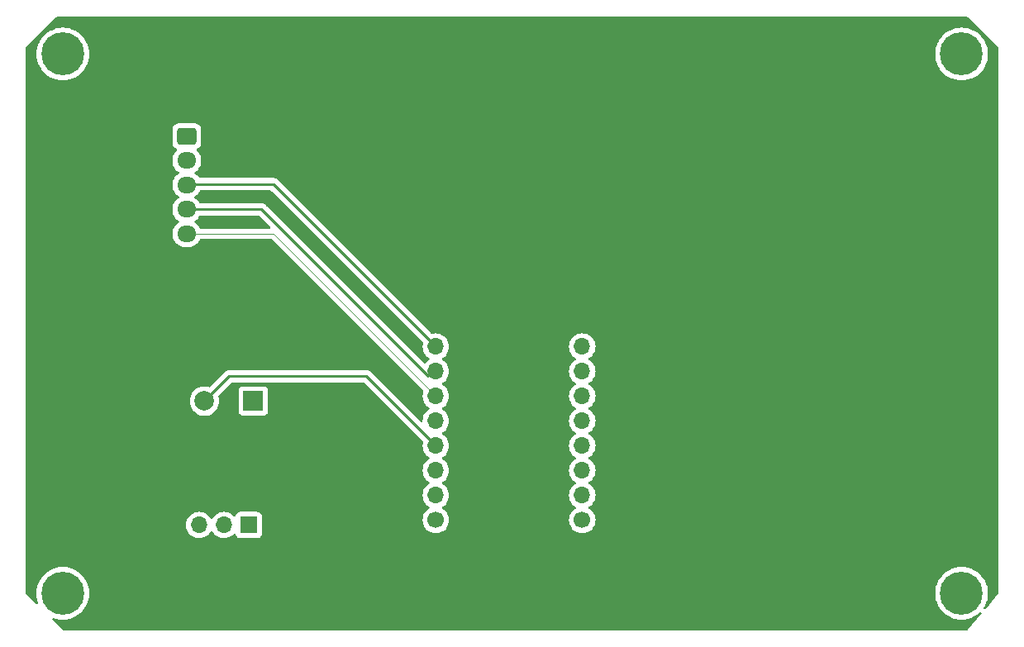
<source format=gbr>
%TF.GenerationSoftware,KiCad,Pcbnew,7.0.6-0*%
%TF.CreationDate,2023-12-02T16:23:56+00:00*%
%TF.ProjectId,Bitko clock,4269746b-6f20-4636-9c6f-636b2e6b6963,rev?*%
%TF.SameCoordinates,Original*%
%TF.FileFunction,Copper,L1,Top*%
%TF.FilePolarity,Positive*%
%FSLAX46Y46*%
G04 Gerber Fmt 4.6, Leading zero omitted, Abs format (unit mm)*
G04 Created by KiCad (PCBNEW 7.0.6-0) date 2023-12-02 16:23:56*
%MOMM*%
%LPD*%
G01*
G04 APERTURE LIST*
G04 Aperture macros list*
%AMRoundRect*
0 Rectangle with rounded corners*
0 $1 Rounding radius*
0 $2 $3 $4 $5 $6 $7 $8 $9 X,Y pos of 4 corners*
0 Add a 4 corners polygon primitive as box body*
4,1,4,$2,$3,$4,$5,$6,$7,$8,$9,$2,$3,0*
0 Add four circle primitives for the rounded corners*
1,1,$1+$1,$2,$3*
1,1,$1+$1,$4,$5*
1,1,$1+$1,$6,$7*
1,1,$1+$1,$8,$9*
0 Add four rect primitives between the rounded corners*
20,1,$1+$1,$2,$3,$4,$5,0*
20,1,$1+$1,$4,$5,$6,$7,0*
20,1,$1+$1,$6,$7,$8,$9,0*
20,1,$1+$1,$8,$9,$2,$3,0*%
G04 Aperture macros list end*
%TA.AperFunction,ComponentPad*%
%ADD10C,4.400000*%
%TD*%
%TA.AperFunction,ComponentPad*%
%ADD11O,1.700000X1.700000*%
%TD*%
%TA.AperFunction,ComponentPad*%
%ADD12C,1.700000*%
%TD*%
%TA.AperFunction,ComponentPad*%
%ADD13R,1.700000X1.700000*%
%TD*%
%TA.AperFunction,ComponentPad*%
%ADD14R,2.000000X2.000000*%
%TD*%
%TA.AperFunction,ComponentPad*%
%ADD15C,2.000000*%
%TD*%
%TA.AperFunction,ComponentPad*%
%ADD16O,1.950000X1.700000*%
%TD*%
%TA.AperFunction,ComponentPad*%
%ADD17RoundRect,0.250000X-0.725000X0.600000X-0.725000X-0.600000X0.725000X-0.600000X0.725000X0.600000X0*%
%TD*%
%TA.AperFunction,Conductor*%
%ADD18C,0.000000*%
%TD*%
%TA.AperFunction,Conductor*%
%ADD19C,0.250000*%
%TD*%
G04 APERTURE END LIST*
D10*
%TO.P,REF\u002A\u002A,1*%
%TO.N,N/C*%
X120015000Y-92710000D03*
%TD*%
%TO.P,REF\u002A\u002A,1*%
%TO.N,N/C*%
X27940000Y-92710000D03*
%TD*%
%TO.P,REF\u002A\u002A,1*%
%TO.N,N/C*%
X27940000Y-37465000D03*
%TD*%
D11*
%TO.P,REF\u002A\u002A,8*%
%TO.N,N/C*%
X81153000Y-67437000D03*
%TO.P,REF\u002A\u002A,7*%
X81153000Y-69977000D03*
%TO.P,REF\u002A\u002A,6*%
X81153000Y-72517000D03*
%TO.P,REF\u002A\u002A,5*%
X81153000Y-75057000D03*
%TO.P,REF\u002A\u002A,4*%
X81153000Y-77597000D03*
%TO.P,REF\u002A\u002A,3*%
X81153000Y-80137000D03*
%TO.P,REF\u002A\u002A,2*%
X81153000Y-82677000D03*
D12*
%TO.P,REF\u002A\u002A,1*%
X81153000Y-85217000D03*
%TD*%
D11*
%TO.P,REF\u002A\u002A,8*%
%TO.N,N/C*%
X66153000Y-67437000D03*
%TO.P,REF\u002A\u002A,7*%
X66153000Y-69977000D03*
%TO.P,REF\u002A\u002A,6*%
X66153000Y-72517000D03*
%TO.P,REF\u002A\u002A,5*%
X66153000Y-75057000D03*
%TO.P,REF\u002A\u002A,4*%
X66153000Y-77597000D03*
%TO.P,REF\u002A\u002A,3*%
X66153000Y-80137000D03*
%TO.P,REF\u002A\u002A,2*%
X66153000Y-82677000D03*
D12*
%TO.P,REF\u002A\u002A,1*%
X66153000Y-85217000D03*
%TD*%
D13*
%TO.P,REF\u002A\u002A,1*%
%TO.N,N/C*%
X46975000Y-85725000D03*
D11*
%TO.P,REF\u002A\u002A,2*%
X44435000Y-85725000D03*
%TO.P,REF\u002A\u002A,3*%
X41895000Y-85725000D03*
%TD*%
D14*
%TO.P,REF\u002A\u002A,1*%
%TO.N,N/C*%
X47455785Y-73025000D03*
D15*
%TO.P,REF\u002A\u002A,2*%
X42455785Y-73025000D03*
%TD*%
D10*
%TO.P,REF\u002A\u002A,1*%
%TO.N,N/C*%
X120015000Y-37465000D03*
%TD*%
D16*
%TO.P,JST_XH_B5B-XH-A_1x05,5*%
%TO.N,N/C*%
X40640000Y-55875000D03*
%TO.P,JST_XH_B5B-XH-A_1x05,4*%
X40640000Y-53375000D03*
%TO.P,JST_XH_B5B-XH-A_1x05,3*%
X40640000Y-50875000D03*
%TO.P,JST_XH_B5B-XH-A_1x05,2*%
X40640000Y-48375000D03*
D17*
%TO.P,JST_XH_B5B-XH-A_1x05,1*%
X40640000Y-45875000D03*
%TD*%
D18*
%TO.N,*%
X40640000Y-55875000D02*
X49511000Y-55875000D01*
X49511000Y-55875000D02*
X66153000Y-72517000D01*
D19*
X65405000Y-70485000D02*
X48295000Y-53375000D01*
X48295000Y-53375000D02*
X40640000Y-53375000D01*
X41275000Y-50800000D02*
X49516000Y-50800000D01*
X49516000Y-50800000D02*
X66153000Y-67437000D01*
X42455785Y-73025000D02*
X44995785Y-70485000D01*
X59041000Y-70485000D02*
X66153000Y-77597000D01*
X44995785Y-70485000D02*
X59041000Y-70485000D01*
%TD*%
%TA.AperFunction,NonConductor*%
G36*
X120665677Y-33674685D02*
G01*
X120686319Y-33691319D01*
X123788681Y-36793681D01*
X123822166Y-36855004D01*
X123825000Y-36881362D01*
X123825000Y-92665106D01*
X123805315Y-92732145D01*
X123796259Y-92744489D01*
X122491084Y-94310698D01*
X122433045Y-94349597D01*
X122363188Y-94350943D01*
X122303693Y-94314307D01*
X122273450Y-94251323D01*
X122282060Y-94181985D01*
X122289700Y-94167179D01*
X122410545Y-93967279D01*
X122544627Y-93669361D01*
X122641821Y-93357453D01*
X122700710Y-93036104D01*
X122720436Y-92710000D01*
X122700710Y-92383896D01*
X122641821Y-92062547D01*
X122544627Y-91750639D01*
X122410545Y-91452721D01*
X122241530Y-91173137D01*
X122241528Y-91173134D01*
X122241526Y-91173131D01*
X122040045Y-90915960D01*
X121809039Y-90684954D01*
X121551868Y-90483473D01*
X121544306Y-90478901D01*
X121272279Y-90314455D01*
X120974361Y-90180373D01*
X120974354Y-90180370D01*
X120974342Y-90180366D01*
X120662452Y-90083178D01*
X120341099Y-90024289D01*
X120015000Y-90004564D01*
X119688900Y-90024289D01*
X119367547Y-90083178D01*
X119055657Y-90180366D01*
X119055641Y-90180372D01*
X119055639Y-90180373D01*
X118865933Y-90265752D01*
X118757725Y-90314453D01*
X118757723Y-90314454D01*
X118478131Y-90483473D01*
X118220960Y-90684954D01*
X117989954Y-90915960D01*
X117788473Y-91173131D01*
X117619454Y-91452723D01*
X117619453Y-91452725D01*
X117485372Y-91750642D01*
X117485366Y-91750657D01*
X117388178Y-92062547D01*
X117329289Y-92383900D01*
X117309564Y-92710000D01*
X117329289Y-93036099D01*
X117388178Y-93357452D01*
X117485366Y-93669342D01*
X117485370Y-93669354D01*
X117485373Y-93669361D01*
X117619455Y-93967279D01*
X117668290Y-94048061D01*
X117788473Y-94246868D01*
X117989954Y-94504039D01*
X118220960Y-94735045D01*
X118478131Y-94936526D01*
X118478134Y-94936528D01*
X118478137Y-94936530D01*
X118757721Y-95105545D01*
X119055639Y-95239627D01*
X119055652Y-95239631D01*
X119055657Y-95239633D01*
X119310469Y-95319035D01*
X119367547Y-95336821D01*
X119688896Y-95395710D01*
X120015000Y-95415436D01*
X120341104Y-95395710D01*
X120662453Y-95336821D01*
X120974361Y-95239627D01*
X121272279Y-95105545D01*
X121551863Y-94936530D01*
X121809036Y-94735048D01*
X121846614Y-94697470D01*
X121907936Y-94663984D01*
X121977628Y-94668968D01*
X122033562Y-94710838D01*
X122057980Y-94776302D01*
X122043129Y-94844576D01*
X122029555Y-94864533D01*
X120687181Y-96475383D01*
X120629142Y-96514282D01*
X120591922Y-96520000D01*
X27991362Y-96520000D01*
X27924323Y-96500315D01*
X27903681Y-96483681D01*
X26870050Y-95450050D01*
X26836565Y-95388727D01*
X26841549Y-95319035D01*
X26883421Y-95263102D01*
X26948885Y-95238685D01*
X26994621Y-95243984D01*
X27292547Y-95336821D01*
X27613896Y-95395710D01*
X27940000Y-95415436D01*
X28266104Y-95395710D01*
X28587453Y-95336821D01*
X28899361Y-95239627D01*
X29197279Y-95105545D01*
X29476863Y-94936530D01*
X29734036Y-94735048D01*
X29965048Y-94504036D01*
X30166530Y-94246863D01*
X30335545Y-93967279D01*
X30469627Y-93669361D01*
X30566821Y-93357453D01*
X30625710Y-93036104D01*
X30645436Y-92710000D01*
X30625710Y-92383896D01*
X30566821Y-92062547D01*
X30469627Y-91750639D01*
X30335545Y-91452721D01*
X30166530Y-91173137D01*
X30166528Y-91173134D01*
X30166526Y-91173131D01*
X29965045Y-90915960D01*
X29734039Y-90684954D01*
X29476868Y-90483473D01*
X29469306Y-90478901D01*
X29197279Y-90314455D01*
X28899361Y-90180373D01*
X28899354Y-90180370D01*
X28899342Y-90180366D01*
X28587452Y-90083178D01*
X28266099Y-90024289D01*
X27940000Y-90004564D01*
X27613900Y-90024289D01*
X27292547Y-90083178D01*
X26980657Y-90180366D01*
X26980641Y-90180372D01*
X26980639Y-90180373D01*
X26790933Y-90265752D01*
X26682725Y-90314453D01*
X26682723Y-90314454D01*
X26403131Y-90483473D01*
X26145960Y-90684954D01*
X25914954Y-90915960D01*
X25713473Y-91173131D01*
X25544454Y-91452723D01*
X25544453Y-91452725D01*
X25410372Y-91750642D01*
X25410366Y-91750657D01*
X25313178Y-92062547D01*
X25254289Y-92383900D01*
X25234564Y-92710000D01*
X25254289Y-93036099D01*
X25313176Y-93357444D01*
X25406015Y-93655377D01*
X25407165Y-93725237D01*
X25370364Y-93784630D01*
X25307295Y-93814698D01*
X25237982Y-93805895D01*
X25199948Y-93779948D01*
X24166319Y-92746318D01*
X24132834Y-92684995D01*
X24130000Y-92658637D01*
X24130000Y-85725000D01*
X40539341Y-85725000D01*
X40559936Y-85960403D01*
X40559938Y-85960413D01*
X40621094Y-86188655D01*
X40621096Y-86188659D01*
X40621097Y-86188663D01*
X40715464Y-86391034D01*
X40720965Y-86402830D01*
X40720967Y-86402834D01*
X40825458Y-86552061D01*
X40856505Y-86596401D01*
X41023599Y-86763495D01*
X41120384Y-86831264D01*
X41217165Y-86899032D01*
X41217167Y-86899033D01*
X41217170Y-86899035D01*
X41431337Y-86998903D01*
X41659592Y-87060063D01*
X41836034Y-87075500D01*
X41894999Y-87080659D01*
X41895000Y-87080659D01*
X41895001Y-87080659D01*
X41953966Y-87075500D01*
X42130408Y-87060063D01*
X42358663Y-86998903D01*
X42572830Y-86899035D01*
X42766401Y-86763495D01*
X42933495Y-86596401D01*
X43063426Y-86410840D01*
X43118001Y-86367217D01*
X43187499Y-86360023D01*
X43249854Y-86391546D01*
X43266574Y-86410841D01*
X43396505Y-86596401D01*
X43563599Y-86763495D01*
X43660384Y-86831264D01*
X43757165Y-86899032D01*
X43757167Y-86899033D01*
X43757170Y-86899035D01*
X43971337Y-86998903D01*
X44199592Y-87060063D01*
X44376034Y-87075500D01*
X44434999Y-87080659D01*
X44435000Y-87080659D01*
X44435001Y-87080659D01*
X44493966Y-87075500D01*
X44670408Y-87060063D01*
X44898663Y-86998903D01*
X45112830Y-86899035D01*
X45306401Y-86763495D01*
X45428329Y-86641566D01*
X45489648Y-86608084D01*
X45559340Y-86613068D01*
X45615274Y-86654939D01*
X45632189Y-86685917D01*
X45681202Y-86817328D01*
X45681206Y-86817335D01*
X45767452Y-86932544D01*
X45767455Y-86932547D01*
X45882664Y-87018793D01*
X45882671Y-87018797D01*
X46017517Y-87069091D01*
X46017516Y-87069091D01*
X46024444Y-87069835D01*
X46077127Y-87075500D01*
X47872872Y-87075499D01*
X47932483Y-87069091D01*
X48067331Y-87018796D01*
X48182546Y-86932546D01*
X48268796Y-86817331D01*
X48319091Y-86682483D01*
X48325500Y-86622873D01*
X48325499Y-84827128D01*
X48319091Y-84767517D01*
X48317810Y-84764083D01*
X48268797Y-84632671D01*
X48268793Y-84632664D01*
X48182547Y-84517455D01*
X48182544Y-84517452D01*
X48067335Y-84431206D01*
X48067328Y-84431202D01*
X47932482Y-84380908D01*
X47932483Y-84380908D01*
X47872883Y-84374501D01*
X47872881Y-84374500D01*
X47872873Y-84374500D01*
X47872864Y-84374500D01*
X46077129Y-84374500D01*
X46077123Y-84374501D01*
X46017516Y-84380908D01*
X45882671Y-84431202D01*
X45882664Y-84431206D01*
X45767455Y-84517452D01*
X45767452Y-84517455D01*
X45681206Y-84632664D01*
X45681203Y-84632669D01*
X45632189Y-84764083D01*
X45590317Y-84820016D01*
X45524853Y-84844433D01*
X45456580Y-84829581D01*
X45428326Y-84808430D01*
X45306402Y-84686506D01*
X45306395Y-84686501D01*
X45112834Y-84550967D01*
X45112830Y-84550965D01*
X45087533Y-84539169D01*
X44898663Y-84451097D01*
X44898659Y-84451096D01*
X44898655Y-84451094D01*
X44670413Y-84389938D01*
X44670403Y-84389936D01*
X44435001Y-84369341D01*
X44434999Y-84369341D01*
X44199596Y-84389936D01*
X44199586Y-84389938D01*
X43971344Y-84451094D01*
X43971335Y-84451098D01*
X43757171Y-84550964D01*
X43757169Y-84550965D01*
X43563597Y-84686505D01*
X43396508Y-84853594D01*
X43266574Y-85039159D01*
X43211997Y-85082784D01*
X43142498Y-85089976D01*
X43080144Y-85058454D01*
X43063424Y-85039158D01*
X42933494Y-84853597D01*
X42766402Y-84686506D01*
X42766395Y-84686501D01*
X42572834Y-84550967D01*
X42572830Y-84550965D01*
X42547533Y-84539169D01*
X42358663Y-84451097D01*
X42358659Y-84451096D01*
X42358655Y-84451094D01*
X42130413Y-84389938D01*
X42130403Y-84389936D01*
X41895001Y-84369341D01*
X41894999Y-84369341D01*
X41659596Y-84389936D01*
X41659586Y-84389938D01*
X41431344Y-84451094D01*
X41431335Y-84451098D01*
X41217171Y-84550964D01*
X41217169Y-84550965D01*
X41023597Y-84686505D01*
X40856505Y-84853597D01*
X40720965Y-85047169D01*
X40720964Y-85047171D01*
X40621098Y-85261335D01*
X40621094Y-85261344D01*
X40559938Y-85489586D01*
X40559936Y-85489596D01*
X40539341Y-85724999D01*
X40539341Y-85725000D01*
X24130000Y-85725000D01*
X24130000Y-55875000D01*
X39159341Y-55875000D01*
X39179936Y-56110403D01*
X39179938Y-56110413D01*
X39241094Y-56338655D01*
X39241096Y-56338659D01*
X39241097Y-56338663D01*
X39291030Y-56445746D01*
X39340964Y-56552828D01*
X39340965Y-56552830D01*
X39476505Y-56746402D01*
X39643597Y-56913494D01*
X39837169Y-57049034D01*
X39837171Y-57049035D01*
X40051337Y-57148903D01*
X40279592Y-57210063D01*
X40456034Y-57225500D01*
X40823966Y-57225500D01*
X41000408Y-57210063D01*
X41228663Y-57148903D01*
X41442829Y-57049035D01*
X41636401Y-56913495D01*
X41803495Y-56746401D01*
X41939035Y-56552830D01*
X41961340Y-56504995D01*
X41988341Y-56447095D01*
X42034514Y-56394656D01*
X42100723Y-56375500D01*
X49252324Y-56375500D01*
X49319363Y-56395185D01*
X49340005Y-56411819D01*
X64850569Y-71922383D01*
X64884054Y-71983706D01*
X64879722Y-72047899D01*
X64880498Y-72048107D01*
X64879442Y-72052047D01*
X64879414Y-72052464D01*
X64879097Y-72053333D01*
X64817938Y-72281586D01*
X64817936Y-72281596D01*
X64797341Y-72516999D01*
X64797341Y-72517000D01*
X64817936Y-72752403D01*
X64817938Y-72752413D01*
X64879094Y-72980655D01*
X64879096Y-72980659D01*
X64879097Y-72980663D01*
X64899769Y-73024994D01*
X64978965Y-73194830D01*
X64978967Y-73194834D01*
X65114501Y-73388395D01*
X65114506Y-73388402D01*
X65281597Y-73555493D01*
X65281603Y-73555498D01*
X65467158Y-73685425D01*
X65510783Y-73740002D01*
X65517977Y-73809500D01*
X65486454Y-73871855D01*
X65467158Y-73888575D01*
X65281597Y-74018505D01*
X65114505Y-74185597D01*
X64978965Y-74379169D01*
X64978964Y-74379171D01*
X64879098Y-74593335D01*
X64879094Y-74593344D01*
X64817938Y-74821586D01*
X64817936Y-74821596D01*
X64797341Y-75056999D01*
X64797341Y-75057388D01*
X64797292Y-75057553D01*
X64796869Y-75062394D01*
X64795896Y-75062308D01*
X64777656Y-75124427D01*
X64724852Y-75170182D01*
X64655694Y-75180126D01*
X64592138Y-75151101D01*
X64585660Y-75145069D01*
X59541803Y-70101212D01*
X59531980Y-70088950D01*
X59531759Y-70089134D01*
X59526786Y-70083123D01*
X59508159Y-70065631D01*
X59476364Y-70035773D01*
X59465919Y-70025328D01*
X59455475Y-70014883D01*
X59449986Y-70010625D01*
X59445561Y-70006847D01*
X59411582Y-69974938D01*
X59411580Y-69974936D01*
X59411577Y-69974935D01*
X59394029Y-69965288D01*
X59377763Y-69954604D01*
X59361933Y-69942325D01*
X59319168Y-69923818D01*
X59313922Y-69921248D01*
X59273093Y-69898803D01*
X59273092Y-69898802D01*
X59253693Y-69893822D01*
X59235281Y-69887518D01*
X59216898Y-69879562D01*
X59216892Y-69879560D01*
X59170874Y-69872272D01*
X59165152Y-69871087D01*
X59120021Y-69859500D01*
X59120019Y-69859500D01*
X59099984Y-69859500D01*
X59080586Y-69857973D01*
X59073162Y-69856797D01*
X59060805Y-69854840D01*
X59060804Y-69854840D01*
X59014416Y-69859225D01*
X59008578Y-69859500D01*
X45078522Y-69859500D01*
X45062905Y-69857776D01*
X45062878Y-69858062D01*
X45055116Y-69857327D01*
X44985988Y-69859500D01*
X44956435Y-69859500D01*
X44955714Y-69859590D01*
X44949542Y-69860369D01*
X44943730Y-69860826D01*
X44897157Y-69862290D01*
X44897154Y-69862291D01*
X44877911Y-69867881D01*
X44858868Y-69871825D01*
X44838989Y-69874336D01*
X44838988Y-69874337D01*
X44795663Y-69891490D01*
X44790137Y-69893382D01*
X44745393Y-69906383D01*
X44745389Y-69906385D01*
X44728150Y-69916580D01*
X44710683Y-69925137D01*
X44692054Y-69932512D01*
X44692052Y-69932513D01*
X44654349Y-69959906D01*
X44649467Y-69963112D01*
X44609365Y-69986828D01*
X44595193Y-70001000D01*
X44580408Y-70013628D01*
X44564197Y-70025407D01*
X44534494Y-70061310D01*
X44530562Y-70065631D01*
X43033013Y-71563179D01*
X42971690Y-71596664D01*
X42905069Y-71592779D01*
X42825401Y-71565429D01*
X42580120Y-71524500D01*
X42331450Y-71524500D01*
X42086168Y-71565429D01*
X41850982Y-71646169D01*
X41850973Y-71646172D01*
X41632278Y-71764524D01*
X41436042Y-71917261D01*
X41267618Y-72100217D01*
X41131611Y-72308393D01*
X41031721Y-72536118D01*
X40970677Y-72777175D01*
X40970675Y-72777187D01*
X40950142Y-73024994D01*
X40950142Y-73025005D01*
X40970675Y-73272812D01*
X40970677Y-73272824D01*
X41031721Y-73513881D01*
X41131611Y-73741606D01*
X41267618Y-73949782D01*
X41267621Y-73949785D01*
X41436041Y-74132738D01*
X41632276Y-74285474D01*
X41850975Y-74403828D01*
X42086171Y-74484571D01*
X42331450Y-74525500D01*
X42580120Y-74525500D01*
X42825399Y-74484571D01*
X43060595Y-74403828D01*
X43279294Y-74285474D01*
X43475529Y-74132738D01*
X43530641Y-74072870D01*
X45955285Y-74072870D01*
X45955286Y-74072876D01*
X45961693Y-74132483D01*
X46011987Y-74267328D01*
X46011991Y-74267335D01*
X46098237Y-74382544D01*
X46098240Y-74382547D01*
X46213449Y-74468793D01*
X46213456Y-74468797D01*
X46348302Y-74519091D01*
X46348301Y-74519091D01*
X46355229Y-74519835D01*
X46407912Y-74525500D01*
X48503657Y-74525499D01*
X48563268Y-74519091D01*
X48698116Y-74468796D01*
X48813331Y-74382546D01*
X48899581Y-74267331D01*
X48949876Y-74132483D01*
X48956285Y-74072873D01*
X48956284Y-71977128D01*
X48949876Y-71917517D01*
X48899581Y-71782669D01*
X48899580Y-71782668D01*
X48899578Y-71782664D01*
X48813332Y-71667455D01*
X48813329Y-71667452D01*
X48698120Y-71581206D01*
X48698113Y-71581202D01*
X48563267Y-71530908D01*
X48563268Y-71530908D01*
X48503668Y-71524501D01*
X48503666Y-71524500D01*
X48503658Y-71524500D01*
X48503649Y-71524500D01*
X46407914Y-71524500D01*
X46407908Y-71524501D01*
X46348301Y-71530908D01*
X46213456Y-71581202D01*
X46213449Y-71581206D01*
X46098240Y-71667452D01*
X46098237Y-71667455D01*
X46011991Y-71782664D01*
X46011987Y-71782671D01*
X45961693Y-71917517D01*
X45955286Y-71977116D01*
X45955286Y-71977123D01*
X45955285Y-71977135D01*
X45955285Y-74072870D01*
X43530641Y-74072870D01*
X43643949Y-73949785D01*
X43779958Y-73741607D01*
X43879848Y-73513881D01*
X43940893Y-73272821D01*
X43961428Y-73025000D01*
X43957754Y-72980664D01*
X43940894Y-72777187D01*
X43940893Y-72777183D01*
X43940893Y-72777179D01*
X43934621Y-72752413D01*
X43886921Y-72564050D01*
X43889545Y-72494230D01*
X43919443Y-72445930D01*
X45218556Y-71146819D01*
X45279880Y-71113334D01*
X45306238Y-71110500D01*
X58730548Y-71110500D01*
X58797587Y-71130185D01*
X58818229Y-71146819D01*
X64812761Y-77141352D01*
X64846246Y-77202675D01*
X64844855Y-77261124D01*
X64817937Y-77361589D01*
X64817937Y-77361590D01*
X64797341Y-77596999D01*
X64797341Y-77597000D01*
X64817936Y-77832403D01*
X64817938Y-77832413D01*
X64879094Y-78060655D01*
X64879096Y-78060659D01*
X64879097Y-78060663D01*
X64978964Y-78274830D01*
X64978965Y-78274830D01*
X64978967Y-78274834D01*
X65114501Y-78468395D01*
X65114506Y-78468402D01*
X65281597Y-78635493D01*
X65281603Y-78635498D01*
X65467158Y-78765425D01*
X65510783Y-78820002D01*
X65517977Y-78889500D01*
X65486454Y-78951855D01*
X65467158Y-78968575D01*
X65281597Y-79098505D01*
X65114505Y-79265597D01*
X64978965Y-79459169D01*
X64978964Y-79459171D01*
X64879098Y-79673335D01*
X64879094Y-79673344D01*
X64817938Y-79901586D01*
X64817936Y-79901596D01*
X64797341Y-80136999D01*
X64797341Y-80137000D01*
X64817936Y-80372403D01*
X64817938Y-80372413D01*
X64879094Y-80600655D01*
X64879096Y-80600659D01*
X64879097Y-80600663D01*
X64978964Y-80814830D01*
X64978965Y-80814830D01*
X64978967Y-80814834D01*
X65114501Y-81008395D01*
X65114506Y-81008402D01*
X65281597Y-81175493D01*
X65281603Y-81175498D01*
X65467158Y-81305425D01*
X65510783Y-81360002D01*
X65517977Y-81429500D01*
X65486454Y-81491855D01*
X65467158Y-81508575D01*
X65281597Y-81638505D01*
X65114505Y-81805597D01*
X64978965Y-81999169D01*
X64978964Y-81999171D01*
X64879098Y-82213335D01*
X64879094Y-82213344D01*
X64817938Y-82441586D01*
X64817936Y-82441596D01*
X64797341Y-82676999D01*
X64797341Y-82677000D01*
X64817936Y-82912403D01*
X64817938Y-82912413D01*
X64879094Y-83140655D01*
X64879096Y-83140659D01*
X64879097Y-83140663D01*
X64978965Y-83354830D01*
X64978967Y-83354834D01*
X65114501Y-83548395D01*
X65114506Y-83548402D01*
X65281597Y-83715493D01*
X65281603Y-83715498D01*
X65467158Y-83845425D01*
X65510783Y-83900002D01*
X65517977Y-83969500D01*
X65486454Y-84031855D01*
X65467158Y-84048575D01*
X65281597Y-84178505D01*
X65114505Y-84345597D01*
X64978965Y-84539169D01*
X64978964Y-84539171D01*
X64879098Y-84753335D01*
X64879094Y-84753344D01*
X64817938Y-84981586D01*
X64817936Y-84981596D01*
X64797341Y-85216999D01*
X64797341Y-85217000D01*
X64817936Y-85452403D01*
X64817938Y-85452413D01*
X64879094Y-85680655D01*
X64879096Y-85680659D01*
X64879097Y-85680663D01*
X64899772Y-85725000D01*
X64978965Y-85894830D01*
X64978967Y-85894834D01*
X65087281Y-86049521D01*
X65114505Y-86088401D01*
X65281599Y-86255495D01*
X65378384Y-86323264D01*
X65475165Y-86391032D01*
X65475167Y-86391033D01*
X65475170Y-86391035D01*
X65689337Y-86490903D01*
X65917592Y-86552063D01*
X66105918Y-86568539D01*
X66152999Y-86572659D01*
X66153000Y-86572659D01*
X66153001Y-86572659D01*
X66192234Y-86569226D01*
X66388408Y-86552063D01*
X66616663Y-86490903D01*
X66830830Y-86391035D01*
X67024401Y-86255495D01*
X67191495Y-86088401D01*
X67327035Y-85894830D01*
X67426903Y-85680663D01*
X67488063Y-85452408D01*
X67508659Y-85217000D01*
X79797341Y-85217000D01*
X79817936Y-85452403D01*
X79817938Y-85452413D01*
X79879094Y-85680655D01*
X79879096Y-85680659D01*
X79879097Y-85680663D01*
X79899772Y-85725000D01*
X79978965Y-85894830D01*
X79978967Y-85894834D01*
X80087281Y-86049521D01*
X80114505Y-86088401D01*
X80281599Y-86255495D01*
X80378384Y-86323264D01*
X80475165Y-86391032D01*
X80475167Y-86391033D01*
X80475170Y-86391035D01*
X80689337Y-86490903D01*
X80917592Y-86552063D01*
X81105918Y-86568539D01*
X81152999Y-86572659D01*
X81153000Y-86572659D01*
X81153001Y-86572659D01*
X81192234Y-86569226D01*
X81388408Y-86552063D01*
X81616663Y-86490903D01*
X81830830Y-86391035D01*
X82024401Y-86255495D01*
X82191495Y-86088401D01*
X82327035Y-85894830D01*
X82426903Y-85680663D01*
X82488063Y-85452408D01*
X82508659Y-85217000D01*
X82488063Y-84981592D01*
X82441626Y-84808285D01*
X82426905Y-84753344D01*
X82426904Y-84753343D01*
X82426903Y-84753337D01*
X82327035Y-84539171D01*
X82311830Y-84517455D01*
X82191494Y-84345597D01*
X82024402Y-84178506D01*
X82024396Y-84178501D01*
X81838842Y-84048575D01*
X81795217Y-83993998D01*
X81788023Y-83924500D01*
X81819546Y-83862145D01*
X81838842Y-83845425D01*
X81861026Y-83829891D01*
X82024401Y-83715495D01*
X82191495Y-83548401D01*
X82327035Y-83354830D01*
X82426903Y-83140663D01*
X82488063Y-82912408D01*
X82508659Y-82677000D01*
X82488063Y-82441592D01*
X82426903Y-82213337D01*
X82327035Y-81999171D01*
X82191495Y-81805599D01*
X82191494Y-81805597D01*
X82024402Y-81638506D01*
X82024396Y-81638501D01*
X81838842Y-81508575D01*
X81795217Y-81453998D01*
X81788023Y-81384500D01*
X81819546Y-81322145D01*
X81838842Y-81305425D01*
X81861026Y-81289891D01*
X82024401Y-81175495D01*
X82191495Y-81008401D01*
X82327035Y-80814830D01*
X82426903Y-80600663D01*
X82488063Y-80372408D01*
X82508659Y-80137000D01*
X82488063Y-79901592D01*
X82426903Y-79673337D01*
X82327035Y-79459171D01*
X82191495Y-79265599D01*
X82191494Y-79265597D01*
X82024402Y-79098506D01*
X82024396Y-79098501D01*
X81838842Y-78968575D01*
X81795217Y-78913998D01*
X81788023Y-78844500D01*
X81819546Y-78782145D01*
X81838842Y-78765425D01*
X81861026Y-78749891D01*
X82024401Y-78635495D01*
X82191495Y-78468401D01*
X82327035Y-78274830D01*
X82426903Y-78060663D01*
X82488063Y-77832408D01*
X82508659Y-77597000D01*
X82488063Y-77361592D01*
X82426903Y-77133337D01*
X82327035Y-76919171D01*
X82191495Y-76725599D01*
X82191494Y-76725597D01*
X82024402Y-76558506D01*
X82024396Y-76558501D01*
X81838842Y-76428575D01*
X81795217Y-76373998D01*
X81788023Y-76304500D01*
X81819546Y-76242145D01*
X81838842Y-76225425D01*
X81861026Y-76209891D01*
X82024401Y-76095495D01*
X82191495Y-75928401D01*
X82327035Y-75734830D01*
X82426903Y-75520663D01*
X82488063Y-75292408D01*
X82508659Y-75057000D01*
X82488063Y-74821592D01*
X82426903Y-74593337D01*
X82327035Y-74379171D01*
X82248725Y-74267331D01*
X82191494Y-74185597D01*
X82024402Y-74018506D01*
X82024396Y-74018501D01*
X81838842Y-73888575D01*
X81795217Y-73833998D01*
X81788023Y-73764500D01*
X81819546Y-73702145D01*
X81838842Y-73685425D01*
X81861026Y-73669891D01*
X82024401Y-73555495D01*
X82191495Y-73388401D01*
X82327035Y-73194830D01*
X82426903Y-72980663D01*
X82488063Y-72752408D01*
X82508659Y-72517000D01*
X82488063Y-72281592D01*
X82426903Y-72053337D01*
X82327035Y-71839171D01*
X82287474Y-71782671D01*
X82191494Y-71645597D01*
X82024402Y-71478506D01*
X82024396Y-71478501D01*
X81838842Y-71348575D01*
X81795217Y-71293998D01*
X81788023Y-71224500D01*
X81819546Y-71162145D01*
X81838842Y-71145425D01*
X81861026Y-71129891D01*
X82024401Y-71015495D01*
X82191495Y-70848401D01*
X82327035Y-70654830D01*
X82426903Y-70440663D01*
X82488063Y-70212408D01*
X82508659Y-69977000D01*
X82508478Y-69974936D01*
X82499456Y-69871814D01*
X82488063Y-69741592D01*
X82426903Y-69513337D01*
X82327035Y-69299171D01*
X82275640Y-69225770D01*
X82191494Y-69105597D01*
X82024402Y-68938506D01*
X82024396Y-68938501D01*
X81838842Y-68808575D01*
X81795217Y-68753998D01*
X81788023Y-68684500D01*
X81819546Y-68622145D01*
X81838842Y-68605425D01*
X81861026Y-68589891D01*
X82024401Y-68475495D01*
X82191495Y-68308401D01*
X82327035Y-68114830D01*
X82426903Y-67900663D01*
X82488063Y-67672408D01*
X82508659Y-67437000D01*
X82488063Y-67201592D01*
X82426903Y-66973337D01*
X82327035Y-66759171D01*
X82191495Y-66565599D01*
X82191494Y-66565597D01*
X82024402Y-66398506D01*
X82024395Y-66398501D01*
X81830834Y-66262967D01*
X81830830Y-66262965D01*
X81830828Y-66262964D01*
X81616663Y-66163097D01*
X81616659Y-66163096D01*
X81616655Y-66163094D01*
X81388413Y-66101938D01*
X81388403Y-66101936D01*
X81153001Y-66081341D01*
X81152999Y-66081341D01*
X80917596Y-66101936D01*
X80917586Y-66101938D01*
X80689344Y-66163094D01*
X80689335Y-66163098D01*
X80475171Y-66262964D01*
X80475169Y-66262965D01*
X80281597Y-66398505D01*
X80114505Y-66565597D01*
X79978965Y-66759169D01*
X79978964Y-66759171D01*
X79879098Y-66973335D01*
X79879094Y-66973344D01*
X79817938Y-67201586D01*
X79817936Y-67201596D01*
X79797341Y-67436999D01*
X79797341Y-67437000D01*
X79817936Y-67672403D01*
X79817938Y-67672413D01*
X79879094Y-67900655D01*
X79879096Y-67900659D01*
X79879097Y-67900663D01*
X79978964Y-68114829D01*
X79978965Y-68114830D01*
X79978967Y-68114834D01*
X80114501Y-68308395D01*
X80114506Y-68308402D01*
X80281597Y-68475493D01*
X80281603Y-68475498D01*
X80467158Y-68605425D01*
X80510783Y-68660002D01*
X80517977Y-68729500D01*
X80486454Y-68791855D01*
X80467158Y-68808575D01*
X80281597Y-68938505D01*
X80114505Y-69105597D01*
X79978965Y-69299169D01*
X79978964Y-69299171D01*
X79879098Y-69513335D01*
X79879094Y-69513344D01*
X79817938Y-69741586D01*
X79817936Y-69741596D01*
X79797341Y-69976999D01*
X79797341Y-69977000D01*
X79817936Y-70212403D01*
X79817938Y-70212413D01*
X79879094Y-70440655D01*
X79879096Y-70440659D01*
X79879097Y-70440663D01*
X79978964Y-70654830D01*
X79978965Y-70654830D01*
X79978967Y-70654834D01*
X80114501Y-70848395D01*
X80114506Y-70848402D01*
X80281597Y-71015493D01*
X80281603Y-71015498D01*
X80467158Y-71145425D01*
X80510783Y-71200002D01*
X80517977Y-71269500D01*
X80486454Y-71331855D01*
X80467158Y-71348575D01*
X80281597Y-71478505D01*
X80114505Y-71645597D01*
X79978965Y-71839169D01*
X79978964Y-71839171D01*
X79879098Y-72053335D01*
X79879094Y-72053344D01*
X79817938Y-72281586D01*
X79817936Y-72281596D01*
X79797341Y-72516999D01*
X79797341Y-72517000D01*
X79817936Y-72752403D01*
X79817938Y-72752413D01*
X79879094Y-72980655D01*
X79879096Y-72980659D01*
X79879097Y-72980663D01*
X79899769Y-73024994D01*
X79978965Y-73194830D01*
X79978967Y-73194834D01*
X80114501Y-73388395D01*
X80114506Y-73388402D01*
X80281597Y-73555493D01*
X80281603Y-73555498D01*
X80467158Y-73685425D01*
X80510783Y-73740002D01*
X80517977Y-73809500D01*
X80486454Y-73871855D01*
X80467158Y-73888575D01*
X80281597Y-74018505D01*
X80114505Y-74185597D01*
X79978965Y-74379169D01*
X79978964Y-74379171D01*
X79879098Y-74593335D01*
X79879094Y-74593344D01*
X79817938Y-74821586D01*
X79817936Y-74821596D01*
X79797341Y-75056999D01*
X79797341Y-75057000D01*
X79817936Y-75292403D01*
X79817938Y-75292413D01*
X79879094Y-75520655D01*
X79879096Y-75520659D01*
X79879097Y-75520663D01*
X79978964Y-75734829D01*
X79978965Y-75734830D01*
X79978967Y-75734834D01*
X80114501Y-75928395D01*
X80114506Y-75928402D01*
X80281597Y-76095493D01*
X80281603Y-76095498D01*
X80467158Y-76225425D01*
X80510783Y-76280002D01*
X80517977Y-76349500D01*
X80486454Y-76411855D01*
X80467158Y-76428575D01*
X80281597Y-76558505D01*
X80114505Y-76725597D01*
X79978965Y-76919169D01*
X79978964Y-76919171D01*
X79879098Y-77133335D01*
X79879094Y-77133344D01*
X79817938Y-77361586D01*
X79817936Y-77361596D01*
X79797341Y-77596999D01*
X79797341Y-77597000D01*
X79817936Y-77832403D01*
X79817938Y-77832413D01*
X79879094Y-78060655D01*
X79879096Y-78060659D01*
X79879097Y-78060663D01*
X79978964Y-78274830D01*
X79978965Y-78274830D01*
X79978967Y-78274834D01*
X80114501Y-78468395D01*
X80114506Y-78468402D01*
X80281597Y-78635493D01*
X80281603Y-78635498D01*
X80467158Y-78765425D01*
X80510783Y-78820002D01*
X80517977Y-78889500D01*
X80486454Y-78951855D01*
X80467158Y-78968575D01*
X80281597Y-79098505D01*
X80114505Y-79265597D01*
X79978965Y-79459169D01*
X79978964Y-79459171D01*
X79879098Y-79673335D01*
X79879094Y-79673344D01*
X79817938Y-79901586D01*
X79817936Y-79901596D01*
X79797341Y-80136999D01*
X79797341Y-80137000D01*
X79817936Y-80372403D01*
X79817938Y-80372413D01*
X79879094Y-80600655D01*
X79879096Y-80600659D01*
X79879097Y-80600663D01*
X79978964Y-80814829D01*
X79978965Y-80814830D01*
X79978967Y-80814834D01*
X80114501Y-81008395D01*
X80114506Y-81008402D01*
X80281597Y-81175493D01*
X80281603Y-81175498D01*
X80467158Y-81305425D01*
X80510783Y-81360002D01*
X80517977Y-81429500D01*
X80486454Y-81491855D01*
X80467158Y-81508575D01*
X80281597Y-81638505D01*
X80114505Y-81805597D01*
X79978965Y-81999169D01*
X79978964Y-81999171D01*
X79879098Y-82213335D01*
X79879094Y-82213344D01*
X79817938Y-82441586D01*
X79817936Y-82441596D01*
X79797341Y-82676999D01*
X79797341Y-82677000D01*
X79817936Y-82912403D01*
X79817938Y-82912413D01*
X79879094Y-83140655D01*
X79879096Y-83140659D01*
X79879097Y-83140663D01*
X79978964Y-83354830D01*
X79978965Y-83354830D01*
X79978967Y-83354834D01*
X80114501Y-83548395D01*
X80114506Y-83548402D01*
X80281597Y-83715493D01*
X80281603Y-83715498D01*
X80467158Y-83845425D01*
X80510783Y-83900002D01*
X80517977Y-83969500D01*
X80486454Y-84031855D01*
X80467158Y-84048575D01*
X80281597Y-84178505D01*
X80114505Y-84345597D01*
X79978965Y-84539169D01*
X79978964Y-84539171D01*
X79879098Y-84753335D01*
X79879094Y-84753344D01*
X79817938Y-84981586D01*
X79817936Y-84981596D01*
X79797341Y-85216999D01*
X79797341Y-85217000D01*
X67508659Y-85217000D01*
X67488063Y-84981592D01*
X67441626Y-84808285D01*
X67426905Y-84753344D01*
X67426904Y-84753343D01*
X67426903Y-84753337D01*
X67327035Y-84539171D01*
X67311830Y-84517455D01*
X67191494Y-84345597D01*
X67024402Y-84178506D01*
X67024396Y-84178501D01*
X66838842Y-84048575D01*
X66795217Y-83993998D01*
X66788023Y-83924500D01*
X66819546Y-83862145D01*
X66838842Y-83845425D01*
X66861026Y-83829891D01*
X67024401Y-83715495D01*
X67191495Y-83548401D01*
X67327035Y-83354830D01*
X67426903Y-83140663D01*
X67488063Y-82912408D01*
X67508659Y-82677000D01*
X67488063Y-82441592D01*
X67426903Y-82213337D01*
X67327035Y-81999171D01*
X67191495Y-81805599D01*
X67191494Y-81805597D01*
X67024402Y-81638506D01*
X67024396Y-81638501D01*
X66838842Y-81508575D01*
X66795217Y-81453998D01*
X66788023Y-81384500D01*
X66819546Y-81322145D01*
X66838842Y-81305425D01*
X66861026Y-81289891D01*
X67024401Y-81175495D01*
X67191495Y-81008401D01*
X67327035Y-80814830D01*
X67426903Y-80600663D01*
X67488063Y-80372408D01*
X67508659Y-80137000D01*
X67488063Y-79901592D01*
X67426903Y-79673337D01*
X67327035Y-79459171D01*
X67191495Y-79265599D01*
X67191494Y-79265597D01*
X67024402Y-79098506D01*
X67024396Y-79098501D01*
X66838842Y-78968575D01*
X66795217Y-78913998D01*
X66788023Y-78844500D01*
X66819546Y-78782145D01*
X66838842Y-78765425D01*
X66861026Y-78749891D01*
X67024401Y-78635495D01*
X67191495Y-78468401D01*
X67327035Y-78274830D01*
X67426903Y-78060663D01*
X67488063Y-77832408D01*
X67508659Y-77597000D01*
X67488063Y-77361592D01*
X67426903Y-77133337D01*
X67327035Y-76919171D01*
X67191495Y-76725599D01*
X67191494Y-76725597D01*
X67024402Y-76558506D01*
X67024396Y-76558501D01*
X66838842Y-76428575D01*
X66795217Y-76373998D01*
X66788023Y-76304500D01*
X66819546Y-76242145D01*
X66838842Y-76225425D01*
X66861026Y-76209891D01*
X67024401Y-76095495D01*
X67191495Y-75928401D01*
X67327035Y-75734830D01*
X67426903Y-75520663D01*
X67488063Y-75292408D01*
X67508659Y-75057000D01*
X67488063Y-74821592D01*
X67426903Y-74593337D01*
X67327035Y-74379171D01*
X67248725Y-74267331D01*
X67191494Y-74185597D01*
X67024402Y-74018506D01*
X67024396Y-74018501D01*
X66838842Y-73888575D01*
X66795217Y-73833998D01*
X66788023Y-73764500D01*
X66819546Y-73702145D01*
X66838842Y-73685425D01*
X66861026Y-73669891D01*
X67024401Y-73555495D01*
X67191495Y-73388401D01*
X67327035Y-73194830D01*
X67426903Y-72980663D01*
X67488063Y-72752408D01*
X67508659Y-72517000D01*
X67488063Y-72281592D01*
X67426903Y-72053337D01*
X67327035Y-71839171D01*
X67287474Y-71782671D01*
X67191494Y-71645597D01*
X67024402Y-71478506D01*
X67024396Y-71478501D01*
X66838842Y-71348575D01*
X66795217Y-71293998D01*
X66788023Y-71224500D01*
X66819546Y-71162145D01*
X66838842Y-71145425D01*
X66861026Y-71129891D01*
X67024401Y-71015495D01*
X67191495Y-70848401D01*
X67327035Y-70654830D01*
X67426903Y-70440663D01*
X67488063Y-70212408D01*
X67508659Y-69977000D01*
X67508478Y-69974936D01*
X67499456Y-69871814D01*
X67488063Y-69741592D01*
X67426903Y-69513337D01*
X67327035Y-69299171D01*
X67275640Y-69225770D01*
X67191494Y-69105597D01*
X67024402Y-68938506D01*
X67024396Y-68938501D01*
X66838842Y-68808575D01*
X66795217Y-68753998D01*
X66788023Y-68684500D01*
X66819546Y-68622145D01*
X66838842Y-68605425D01*
X66861026Y-68589891D01*
X67024401Y-68475495D01*
X67191495Y-68308401D01*
X67327035Y-68114830D01*
X67426903Y-67900663D01*
X67488063Y-67672408D01*
X67508659Y-67437000D01*
X67488063Y-67201592D01*
X67426903Y-66973337D01*
X67327035Y-66759171D01*
X67191495Y-66565599D01*
X67191494Y-66565597D01*
X67024402Y-66398506D01*
X67024395Y-66398501D01*
X66830834Y-66262967D01*
X66830830Y-66262965D01*
X66830828Y-66262964D01*
X66616663Y-66163097D01*
X66616659Y-66163096D01*
X66616655Y-66163094D01*
X66388413Y-66101938D01*
X66388403Y-66101936D01*
X66153001Y-66081341D01*
X66152999Y-66081341D01*
X65917596Y-66101936D01*
X65917586Y-66101938D01*
X65817126Y-66128856D01*
X65747276Y-66127193D01*
X65697352Y-66096762D01*
X50016803Y-50416212D01*
X50006980Y-50403950D01*
X50006759Y-50404134D01*
X50001786Y-50398123D01*
X49951364Y-50350773D01*
X49940919Y-50340328D01*
X49930475Y-50329883D01*
X49924986Y-50325625D01*
X49920561Y-50321847D01*
X49886582Y-50289938D01*
X49886580Y-50289936D01*
X49886577Y-50289935D01*
X49869029Y-50280288D01*
X49852763Y-50269604D01*
X49836933Y-50257325D01*
X49794168Y-50238818D01*
X49788922Y-50236248D01*
X49748093Y-50213803D01*
X49748092Y-50213802D01*
X49728693Y-50208822D01*
X49710281Y-50202518D01*
X49691898Y-50194562D01*
X49691892Y-50194560D01*
X49645874Y-50187272D01*
X49640152Y-50186087D01*
X49595021Y-50174500D01*
X49595019Y-50174500D01*
X49574984Y-50174500D01*
X49555586Y-50172973D01*
X49548162Y-50171797D01*
X49535805Y-50169840D01*
X49535804Y-50169840D01*
X49489416Y-50174225D01*
X49483578Y-50174500D01*
X41987711Y-50174500D01*
X41920672Y-50154815D01*
X41886136Y-50121623D01*
X41803493Y-50003596D01*
X41636403Y-49836506D01*
X41580187Y-49797144D01*
X41479401Y-49726573D01*
X41435778Y-49671999D01*
X41428584Y-49602500D01*
X41460106Y-49540145D01*
X41479398Y-49523428D01*
X41636401Y-49413495D01*
X41803495Y-49246401D01*
X41939035Y-49052830D01*
X42038903Y-48838663D01*
X42100063Y-48610408D01*
X42120659Y-48375000D01*
X42100063Y-48139592D01*
X42038903Y-47911337D01*
X41939035Y-47697171D01*
X41939034Y-47697169D01*
X41803494Y-47503597D01*
X41656295Y-47356398D01*
X41622810Y-47295075D01*
X41627794Y-47225383D01*
X41669666Y-47169450D01*
X41678880Y-47163178D01*
X41684334Y-47159814D01*
X41833656Y-47067712D01*
X41957712Y-46943656D01*
X42049814Y-46794334D01*
X42104999Y-46627797D01*
X42115500Y-46525009D01*
X42115499Y-45224992D01*
X42104999Y-45122203D01*
X42049814Y-44955666D01*
X41957712Y-44806344D01*
X41833656Y-44682288D01*
X41684334Y-44590186D01*
X41517797Y-44535001D01*
X41517795Y-44535000D01*
X41415010Y-44524500D01*
X39864998Y-44524500D01*
X39864981Y-44524501D01*
X39762203Y-44535000D01*
X39762200Y-44535001D01*
X39595668Y-44590185D01*
X39595663Y-44590187D01*
X39446342Y-44682289D01*
X39322289Y-44806342D01*
X39230187Y-44955663D01*
X39230185Y-44955666D01*
X39230186Y-44955666D01*
X39175001Y-45122203D01*
X39175001Y-45122204D01*
X39175000Y-45122204D01*
X39164500Y-45224983D01*
X39164500Y-46525001D01*
X39164501Y-46525018D01*
X39175000Y-46627796D01*
X39175001Y-46627799D01*
X39230185Y-46794331D01*
X39230187Y-46794336D01*
X39322289Y-46943657D01*
X39446344Y-47067712D01*
X39601120Y-47163178D01*
X39647845Y-47215126D01*
X39659068Y-47284088D01*
X39631224Y-47348171D01*
X39623706Y-47356398D01*
X39476501Y-47503603D01*
X39476501Y-47503604D01*
X39340967Y-47697165D01*
X39340965Y-47697169D01*
X39241098Y-47911335D01*
X39241094Y-47911344D01*
X39179938Y-48139586D01*
X39179936Y-48139596D01*
X39159341Y-48374999D01*
X39159341Y-48375000D01*
X39179936Y-48610403D01*
X39179938Y-48610413D01*
X39241094Y-48838655D01*
X39241096Y-48838659D01*
X39241097Y-48838663D01*
X39291030Y-48945746D01*
X39340964Y-49052828D01*
X39340965Y-49052830D01*
X39476505Y-49246402D01*
X39643597Y-49413494D01*
X39800595Y-49523425D01*
X39844220Y-49578002D01*
X39851414Y-49647500D01*
X39819891Y-49709855D01*
X39800595Y-49726575D01*
X39643597Y-49836505D01*
X39476506Y-50003597D01*
X39476501Y-50003604D01*
X39340967Y-50197165D01*
X39340965Y-50197169D01*
X39241098Y-50411335D01*
X39241094Y-50411344D01*
X39179938Y-50639586D01*
X39179936Y-50639596D01*
X39159341Y-50874999D01*
X39159341Y-50875000D01*
X39179936Y-51110403D01*
X39179938Y-51110413D01*
X39241094Y-51338655D01*
X39241096Y-51338659D01*
X39241097Y-51338663D01*
X39281590Y-51425500D01*
X39340964Y-51552828D01*
X39340965Y-51552830D01*
X39476505Y-51746402D01*
X39643597Y-51913494D01*
X39800595Y-52023425D01*
X39844220Y-52078002D01*
X39851414Y-52147500D01*
X39819891Y-52209855D01*
X39800595Y-52226575D01*
X39643597Y-52336505D01*
X39476506Y-52503597D01*
X39476501Y-52503604D01*
X39340967Y-52697165D01*
X39340965Y-52697169D01*
X39241098Y-52911335D01*
X39241094Y-52911344D01*
X39179938Y-53139586D01*
X39179936Y-53139596D01*
X39159341Y-53374999D01*
X39159341Y-53375000D01*
X39179936Y-53610403D01*
X39179938Y-53610413D01*
X39241094Y-53838655D01*
X39241096Y-53838659D01*
X39241097Y-53838663D01*
X39291030Y-53945746D01*
X39340964Y-54052828D01*
X39340965Y-54052830D01*
X39476505Y-54246402D01*
X39643597Y-54413494D01*
X39800595Y-54523425D01*
X39844220Y-54578002D01*
X39851414Y-54647500D01*
X39819891Y-54709855D01*
X39800595Y-54726575D01*
X39643597Y-54836505D01*
X39476506Y-55003597D01*
X39476501Y-55003604D01*
X39340967Y-55197165D01*
X39340965Y-55197169D01*
X39241098Y-55411335D01*
X39241094Y-55411344D01*
X39179938Y-55639586D01*
X39179936Y-55639596D01*
X39159341Y-55874999D01*
X39159341Y-55875000D01*
X24130000Y-55875000D01*
X24130000Y-37465000D01*
X25234564Y-37465000D01*
X25254289Y-37791099D01*
X25313178Y-38112452D01*
X25410366Y-38424342D01*
X25410370Y-38424354D01*
X25410373Y-38424361D01*
X25544455Y-38722279D01*
X25708901Y-38994306D01*
X25713473Y-39001868D01*
X25914954Y-39259039D01*
X26145960Y-39490045D01*
X26403131Y-39691526D01*
X26403134Y-39691528D01*
X26403137Y-39691530D01*
X26682721Y-39860545D01*
X26980639Y-39994627D01*
X26980652Y-39994631D01*
X26980657Y-39994633D01*
X27292547Y-40091820D01*
X27292547Y-40091821D01*
X27613896Y-40150710D01*
X27940000Y-40170436D01*
X28266104Y-40150710D01*
X28587453Y-40091821D01*
X28899361Y-39994627D01*
X29197279Y-39860545D01*
X29476863Y-39691530D01*
X29734036Y-39490048D01*
X29965048Y-39259036D01*
X30166530Y-39001863D01*
X30335545Y-38722279D01*
X30469627Y-38424361D01*
X30566821Y-38112453D01*
X30625710Y-37791104D01*
X30645436Y-37465000D01*
X30645436Y-37464999D01*
X117309564Y-37464999D01*
X117329289Y-37791099D01*
X117388178Y-38112452D01*
X117485366Y-38424342D01*
X117485370Y-38424354D01*
X117485373Y-38424361D01*
X117619455Y-38722279D01*
X117783901Y-38994306D01*
X117788473Y-39001868D01*
X117989954Y-39259039D01*
X118220960Y-39490045D01*
X118478131Y-39691526D01*
X118478134Y-39691528D01*
X118478137Y-39691530D01*
X118757721Y-39860545D01*
X119055639Y-39994627D01*
X119055652Y-39994631D01*
X119055657Y-39994633D01*
X119367547Y-40091820D01*
X119367547Y-40091821D01*
X119688896Y-40150710D01*
X120015000Y-40170436D01*
X120341104Y-40150710D01*
X120662453Y-40091821D01*
X120974361Y-39994627D01*
X121272279Y-39860545D01*
X121551863Y-39691530D01*
X121809036Y-39490048D01*
X122040048Y-39259036D01*
X122241530Y-39001863D01*
X122410545Y-38722279D01*
X122544627Y-38424361D01*
X122641821Y-38112453D01*
X122700710Y-37791104D01*
X122720436Y-37465000D01*
X122700710Y-37138896D01*
X122641821Y-36817547D01*
X122544627Y-36505639D01*
X122410545Y-36207721D01*
X122241530Y-35928137D01*
X122241528Y-35928134D01*
X122241526Y-35928131D01*
X122040045Y-35670960D01*
X121809039Y-35439954D01*
X121551868Y-35238473D01*
X121544306Y-35233901D01*
X121272279Y-35069455D01*
X120974361Y-34935373D01*
X120974354Y-34935370D01*
X120974342Y-34935366D01*
X120662452Y-34838178D01*
X120341099Y-34779289D01*
X120015000Y-34759564D01*
X119688900Y-34779289D01*
X119367547Y-34838178D01*
X119055657Y-34935366D01*
X119055641Y-34935372D01*
X119055639Y-34935373D01*
X118865933Y-35020752D01*
X118757725Y-35069453D01*
X118757723Y-35069454D01*
X118478131Y-35238473D01*
X118220960Y-35439954D01*
X117989954Y-35670960D01*
X117788473Y-35928131D01*
X117668290Y-36126939D01*
X117619455Y-36207721D01*
X117487056Y-36501901D01*
X117485372Y-36505642D01*
X117485366Y-36505657D01*
X117388178Y-36817547D01*
X117329289Y-37138900D01*
X117309564Y-37464999D01*
X30645436Y-37464999D01*
X30625710Y-37138896D01*
X30566821Y-36817547D01*
X30469627Y-36505639D01*
X30335545Y-36207721D01*
X30166530Y-35928137D01*
X30166528Y-35928134D01*
X30166526Y-35928131D01*
X29965045Y-35670960D01*
X29734039Y-35439954D01*
X29476868Y-35238473D01*
X29469306Y-35233901D01*
X29197279Y-35069455D01*
X28899361Y-34935373D01*
X28899354Y-34935370D01*
X28899342Y-34935366D01*
X28587452Y-34838178D01*
X28266099Y-34779289D01*
X27940000Y-34759564D01*
X27613900Y-34779289D01*
X27292547Y-34838178D01*
X26980657Y-34935366D01*
X26980641Y-34935372D01*
X26980639Y-34935373D01*
X26790933Y-35020752D01*
X26682725Y-35069453D01*
X26682723Y-35069454D01*
X26403131Y-35238473D01*
X26145960Y-35439954D01*
X25914954Y-35670960D01*
X25713473Y-35928131D01*
X25593290Y-36126939D01*
X25544455Y-36207721D01*
X25412056Y-36501901D01*
X25410372Y-36505642D01*
X25410366Y-36505657D01*
X25313178Y-36817547D01*
X25254289Y-37138900D01*
X25234564Y-37465000D01*
X24130000Y-37465000D01*
X24130000Y-36881362D01*
X24149685Y-36814323D01*
X24166319Y-36793681D01*
X27268681Y-33691319D01*
X27330004Y-33657834D01*
X27356362Y-33655000D01*
X120598638Y-33655000D01*
X120665677Y-33674685D01*
G37*
%TD.AperFunction*%
%TA.AperFunction,NonConductor*%
G36*
X48051587Y-54020185D02*
G01*
X48072229Y-54036819D01*
X49198229Y-55162819D01*
X49231714Y-55224142D01*
X49226730Y-55293834D01*
X49184858Y-55349767D01*
X49119394Y-55374184D01*
X49110548Y-55374500D01*
X42100722Y-55374500D01*
X42033683Y-55354815D01*
X41988340Y-55302905D01*
X41939035Y-55197172D01*
X41939034Y-55197170D01*
X41939033Y-55197169D01*
X41803495Y-55003599D01*
X41803493Y-55003596D01*
X41636403Y-54836506D01*
X41580187Y-54797144D01*
X41479401Y-54726573D01*
X41435778Y-54671999D01*
X41428584Y-54602500D01*
X41460106Y-54540145D01*
X41479398Y-54523428D01*
X41636401Y-54413495D01*
X41803495Y-54246401D01*
X41938651Y-54053377D01*
X41993229Y-54009752D01*
X42040227Y-54000500D01*
X47984548Y-54000500D01*
X48051587Y-54020185D01*
G37*
%TD.AperFunction*%
%TA.AperFunction,NonConductor*%
G36*
X49272587Y-51445185D02*
G01*
X49293229Y-51461819D01*
X64812761Y-66981352D01*
X64846246Y-67042675D01*
X64844855Y-67101124D01*
X64817937Y-67201589D01*
X64817937Y-67201590D01*
X64797341Y-67436999D01*
X64797341Y-67437000D01*
X64817936Y-67672403D01*
X64817938Y-67672413D01*
X64879094Y-67900655D01*
X64879096Y-67900659D01*
X64879097Y-67900663D01*
X64978964Y-68114830D01*
X64978965Y-68114830D01*
X64978967Y-68114834D01*
X65114501Y-68308395D01*
X65114506Y-68308402D01*
X65281597Y-68475493D01*
X65281603Y-68475498D01*
X65467158Y-68605425D01*
X65510783Y-68660002D01*
X65517977Y-68729500D01*
X65486454Y-68791855D01*
X65467158Y-68808575D01*
X65281597Y-68938505D01*
X65114504Y-69105599D01*
X65111027Y-69109744D01*
X65109959Y-69108848D01*
X65060535Y-69148347D01*
X64991036Y-69155535D01*
X64928684Y-69124007D01*
X64925866Y-69121276D01*
X48795803Y-52991212D01*
X48785980Y-52978950D01*
X48785759Y-52979134D01*
X48780786Y-52973123D01*
X48730364Y-52925773D01*
X48715926Y-52911335D01*
X48709475Y-52904883D01*
X48703986Y-52900625D01*
X48699561Y-52896847D01*
X48665582Y-52864938D01*
X48665580Y-52864936D01*
X48665577Y-52864935D01*
X48648029Y-52855288D01*
X48631763Y-52844604D01*
X48615933Y-52832325D01*
X48573168Y-52813818D01*
X48567922Y-52811248D01*
X48527093Y-52788803D01*
X48527092Y-52788802D01*
X48507693Y-52783822D01*
X48489281Y-52777518D01*
X48470898Y-52769562D01*
X48470892Y-52769560D01*
X48424874Y-52762272D01*
X48419152Y-52761087D01*
X48374021Y-52749500D01*
X48374019Y-52749500D01*
X48353984Y-52749500D01*
X48334586Y-52747973D01*
X48327162Y-52746797D01*
X48314805Y-52744840D01*
X48314804Y-52744840D01*
X48268416Y-52749225D01*
X48262578Y-52749500D01*
X42040227Y-52749500D01*
X41973188Y-52729815D01*
X41938652Y-52696623D01*
X41803494Y-52503597D01*
X41636403Y-52336506D01*
X41580187Y-52297144D01*
X41479401Y-52226573D01*
X41435778Y-52171999D01*
X41428584Y-52102500D01*
X41460106Y-52040145D01*
X41479398Y-52023428D01*
X41636401Y-51913495D01*
X41803495Y-51746401D01*
X41939035Y-51552830D01*
X41965025Y-51497093D01*
X42011198Y-51444655D01*
X42077407Y-51425500D01*
X49205548Y-51425500D01*
X49272587Y-51445185D01*
G37*
%TD.AperFunction*%
M02*

</source>
